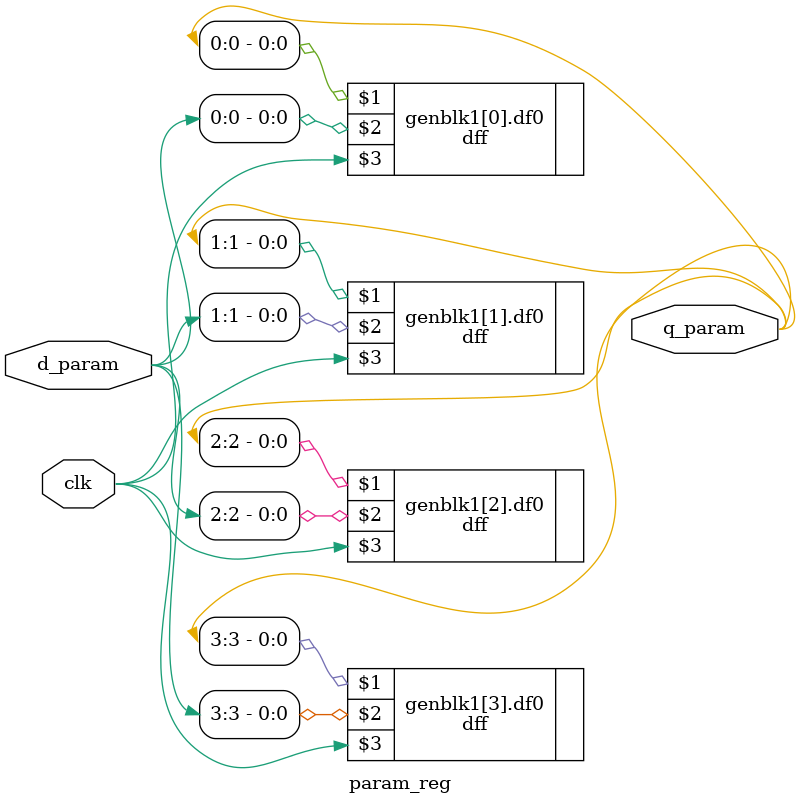
<source format=v>
`timescale 1ns / 1ps


module param_reg 
    #(parameter N = 4) 
         ( output [N-1:0] q_param,
           input [N-1:0] d_param,
           input clk);
           
    genvar i;
    generate 
        for (i = 0; i < N; i = i + 1)
            begin
                dff df0(q_param[i], d_param[i], clk);
            end
    endgenerate 
                             
endmodule

</source>
